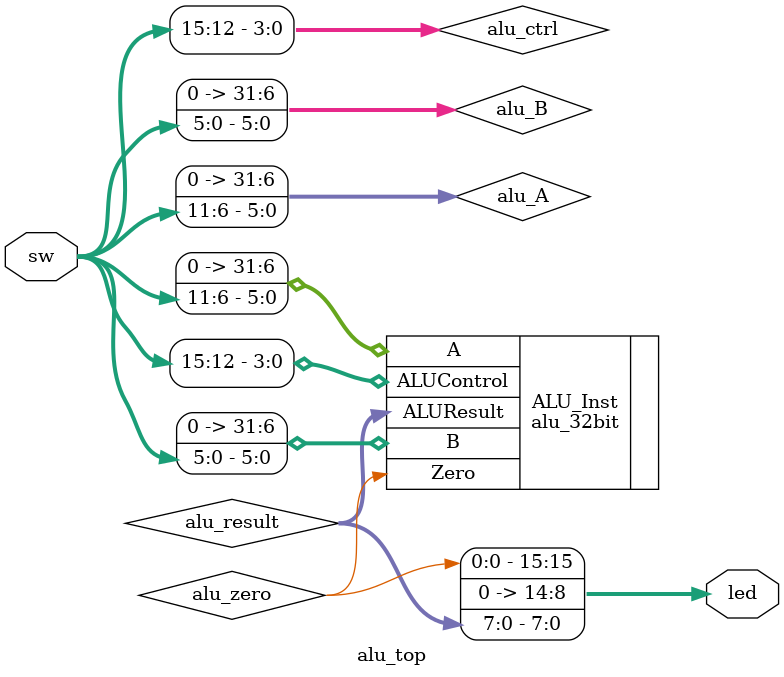
<source format=v>
`timescale 1ns / 1ps

module alu_top (
    input  wire [15:0] sw,   // 16 slide switches 
    output wire [15:0] led   // 16 LEDs 
);

    // Internal wires to connect to the 32-bit ALU
    wire [31:0] alu_A;
    wire [31:0] alu_B;
    wire [3:0]  alu_ctrl;
    wire [31:0] alu_result;
    wire        alu_zero;

    // -----------------------------------------------------------------
    // I/O Mapping Strategy:
    // sw[15:12] -> ALUControl (4 bits to select operation)
    // sw[11:6]  -> Input A lower 6 bits (Values 0 to 63)
    // sw[5:0]   -> Input B lower 6 bits (Values 0 to 63)
    // -----------------------------------------------------------------
    
    assign alu_ctrl = sw[15:12];
    
    // Pad the upper 26 bits with 0s
    assign alu_A = {26'd0, sw[11:6]}; 
    assign alu_B = {26'd0, sw[5:0]};  



    alu_32bit ALU_Inst (
        .A(alu_A),
        .B(alu_B),
        .ALUControl(alu_ctrl),
        .ALUResult(alu_result),
        .Zero(alu_zero)
    );

    // -----------------------------------------------------------------
    // Output Mapping:
    // led[15]   -> Zero Flag (Leftmost LED)
    // led[14:8] -> Tied to 0 (Turned off for visual separation)
    // led[7:0]  -> Lower 8 bits of the Result (Rightmost LEDs)
    // -----------------------------------------------------------------
    
    assign led[15] = alu_zero;
    assign led[14:8] = 7'b0000000;
    assign led[7:0] = alu_result[7:0];

endmodule
</source>
